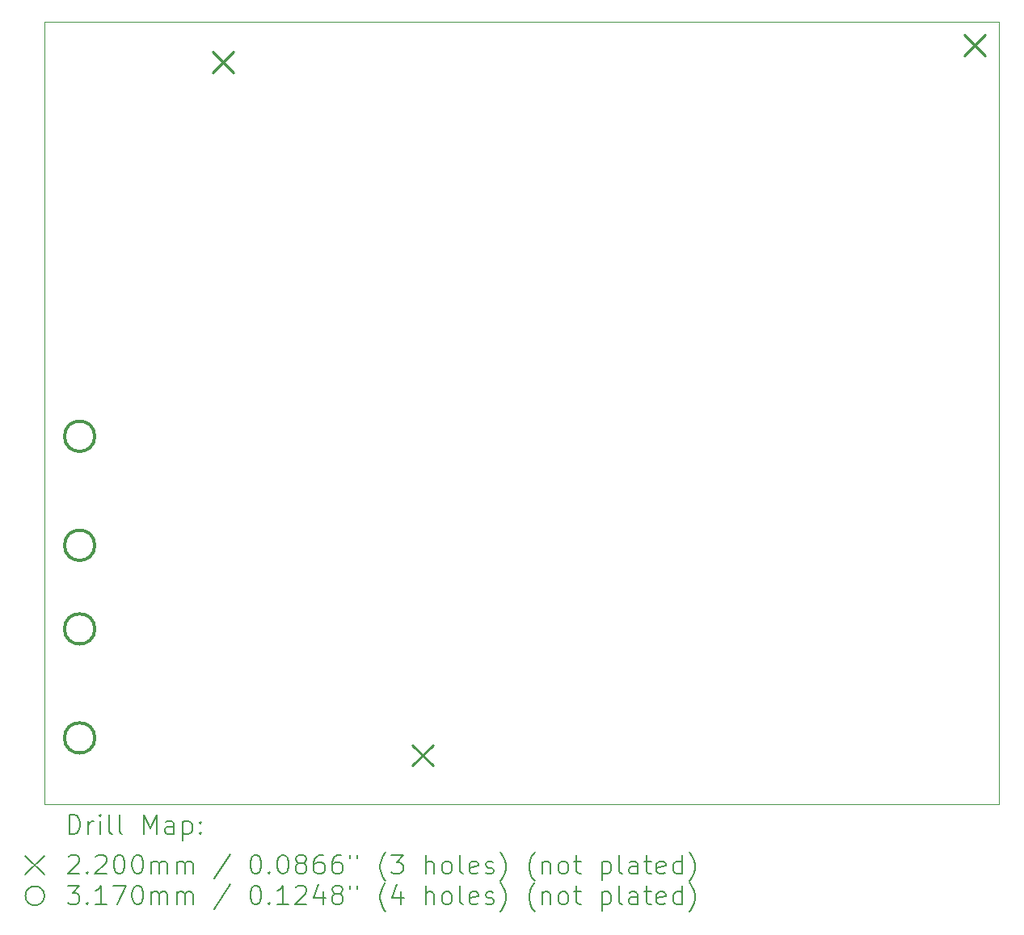
<source format=gbr>
%TF.GenerationSoftware,KiCad,Pcbnew,8.0.5*%
%TF.CreationDate,2024-12-19T16:35:54-05:00*%
%TF.ProjectId,LCC-Pico-Stepper_v2_4B,4c43432d-5069-4636-9f2d-537465707065,rev?*%
%TF.SameCoordinates,Original*%
%TF.FileFunction,Drillmap*%
%TF.FilePolarity,Positive*%
%FSLAX45Y45*%
G04 Gerber Fmt 4.5, Leading zero omitted, Abs format (unit mm)*
G04 Created by KiCad (PCBNEW 8.0.5) date 2024-12-19 16:35:54*
%MOMM*%
%LPD*%
G01*
G04 APERTURE LIST*
%ADD10C,0.050000*%
%ADD11C,0.200000*%
%ADD12C,0.220000*%
%ADD13C,0.317000*%
G04 APERTURE END LIST*
D10*
X10070000Y-13200000D02*
X10070000Y-5000000D01*
X10070000Y-5000000D02*
X20070000Y-5000000D01*
X20070000Y-5000000D02*
X20070000Y-13200000D01*
X20070000Y-13200000D02*
X10070000Y-13200000D01*
D11*
D12*
X11830000Y-5310000D02*
X12050000Y-5530000D01*
X12050000Y-5310000D02*
X11830000Y-5530000D01*
X13920000Y-12580000D02*
X14140000Y-12800000D01*
X14140000Y-12580000D02*
X13920000Y-12800000D01*
X19700000Y-5130000D02*
X19920000Y-5350000D01*
X19920000Y-5130000D02*
X19700000Y-5350000D01*
D13*
X10594500Y-9344000D02*
G75*
G02*
X10277500Y-9344000I-158500J0D01*
G01*
X10277500Y-9344000D02*
G75*
G02*
X10594500Y-9344000I158500J0D01*
G01*
X10594500Y-10487000D02*
G75*
G02*
X10277500Y-10487000I-158500J0D01*
G01*
X10277500Y-10487000D02*
G75*
G02*
X10594500Y-10487000I158500J0D01*
G01*
X10594500Y-11364000D02*
G75*
G02*
X10277500Y-11364000I-158500J0D01*
G01*
X10277500Y-11364000D02*
G75*
G02*
X10594500Y-11364000I158500J0D01*
G01*
X10594500Y-12507000D02*
G75*
G02*
X10277500Y-12507000I-158500J0D01*
G01*
X10277500Y-12507000D02*
G75*
G02*
X10594500Y-12507000I158500J0D01*
G01*
D11*
X10328277Y-13513984D02*
X10328277Y-13313984D01*
X10328277Y-13313984D02*
X10375896Y-13313984D01*
X10375896Y-13313984D02*
X10404467Y-13323508D01*
X10404467Y-13323508D02*
X10423515Y-13342555D01*
X10423515Y-13342555D02*
X10433039Y-13361603D01*
X10433039Y-13361603D02*
X10442563Y-13399698D01*
X10442563Y-13399698D02*
X10442563Y-13428269D01*
X10442563Y-13428269D02*
X10433039Y-13466365D01*
X10433039Y-13466365D02*
X10423515Y-13485412D01*
X10423515Y-13485412D02*
X10404467Y-13504460D01*
X10404467Y-13504460D02*
X10375896Y-13513984D01*
X10375896Y-13513984D02*
X10328277Y-13513984D01*
X10528277Y-13513984D02*
X10528277Y-13380650D01*
X10528277Y-13418746D02*
X10537801Y-13399698D01*
X10537801Y-13399698D02*
X10547324Y-13390174D01*
X10547324Y-13390174D02*
X10566372Y-13380650D01*
X10566372Y-13380650D02*
X10585420Y-13380650D01*
X10652086Y-13513984D02*
X10652086Y-13380650D01*
X10652086Y-13313984D02*
X10642563Y-13323508D01*
X10642563Y-13323508D02*
X10652086Y-13333031D01*
X10652086Y-13333031D02*
X10661610Y-13323508D01*
X10661610Y-13323508D02*
X10652086Y-13313984D01*
X10652086Y-13313984D02*
X10652086Y-13333031D01*
X10775896Y-13513984D02*
X10756848Y-13504460D01*
X10756848Y-13504460D02*
X10747324Y-13485412D01*
X10747324Y-13485412D02*
X10747324Y-13313984D01*
X10880658Y-13513984D02*
X10861610Y-13504460D01*
X10861610Y-13504460D02*
X10852086Y-13485412D01*
X10852086Y-13485412D02*
X10852086Y-13313984D01*
X11109229Y-13513984D02*
X11109229Y-13313984D01*
X11109229Y-13313984D02*
X11175896Y-13456841D01*
X11175896Y-13456841D02*
X11242562Y-13313984D01*
X11242562Y-13313984D02*
X11242562Y-13513984D01*
X11423515Y-13513984D02*
X11423515Y-13409222D01*
X11423515Y-13409222D02*
X11413991Y-13390174D01*
X11413991Y-13390174D02*
X11394943Y-13380650D01*
X11394943Y-13380650D02*
X11356848Y-13380650D01*
X11356848Y-13380650D02*
X11337801Y-13390174D01*
X11423515Y-13504460D02*
X11404467Y-13513984D01*
X11404467Y-13513984D02*
X11356848Y-13513984D01*
X11356848Y-13513984D02*
X11337801Y-13504460D01*
X11337801Y-13504460D02*
X11328277Y-13485412D01*
X11328277Y-13485412D02*
X11328277Y-13466365D01*
X11328277Y-13466365D02*
X11337801Y-13447317D01*
X11337801Y-13447317D02*
X11356848Y-13437793D01*
X11356848Y-13437793D02*
X11404467Y-13437793D01*
X11404467Y-13437793D02*
X11423515Y-13428269D01*
X11518753Y-13380650D02*
X11518753Y-13580650D01*
X11518753Y-13390174D02*
X11537801Y-13380650D01*
X11537801Y-13380650D02*
X11575896Y-13380650D01*
X11575896Y-13380650D02*
X11594943Y-13390174D01*
X11594943Y-13390174D02*
X11604467Y-13399698D01*
X11604467Y-13399698D02*
X11613991Y-13418746D01*
X11613991Y-13418746D02*
X11613991Y-13475888D01*
X11613991Y-13475888D02*
X11604467Y-13494936D01*
X11604467Y-13494936D02*
X11594943Y-13504460D01*
X11594943Y-13504460D02*
X11575896Y-13513984D01*
X11575896Y-13513984D02*
X11537801Y-13513984D01*
X11537801Y-13513984D02*
X11518753Y-13504460D01*
X11699705Y-13494936D02*
X11709229Y-13504460D01*
X11709229Y-13504460D02*
X11699705Y-13513984D01*
X11699705Y-13513984D02*
X11690182Y-13504460D01*
X11690182Y-13504460D02*
X11699705Y-13494936D01*
X11699705Y-13494936D02*
X11699705Y-13513984D01*
X11699705Y-13390174D02*
X11709229Y-13399698D01*
X11709229Y-13399698D02*
X11699705Y-13409222D01*
X11699705Y-13409222D02*
X11690182Y-13399698D01*
X11690182Y-13399698D02*
X11699705Y-13390174D01*
X11699705Y-13390174D02*
X11699705Y-13409222D01*
X9867500Y-13742500D02*
X10067500Y-13942500D01*
X10067500Y-13742500D02*
X9867500Y-13942500D01*
X10318753Y-13753031D02*
X10328277Y-13743508D01*
X10328277Y-13743508D02*
X10347324Y-13733984D01*
X10347324Y-13733984D02*
X10394944Y-13733984D01*
X10394944Y-13733984D02*
X10413991Y-13743508D01*
X10413991Y-13743508D02*
X10423515Y-13753031D01*
X10423515Y-13753031D02*
X10433039Y-13772079D01*
X10433039Y-13772079D02*
X10433039Y-13791127D01*
X10433039Y-13791127D02*
X10423515Y-13819698D01*
X10423515Y-13819698D02*
X10309229Y-13933984D01*
X10309229Y-13933984D02*
X10433039Y-13933984D01*
X10518753Y-13914936D02*
X10528277Y-13924460D01*
X10528277Y-13924460D02*
X10518753Y-13933984D01*
X10518753Y-13933984D02*
X10509229Y-13924460D01*
X10509229Y-13924460D02*
X10518753Y-13914936D01*
X10518753Y-13914936D02*
X10518753Y-13933984D01*
X10604467Y-13753031D02*
X10613991Y-13743508D01*
X10613991Y-13743508D02*
X10633039Y-13733984D01*
X10633039Y-13733984D02*
X10680658Y-13733984D01*
X10680658Y-13733984D02*
X10699705Y-13743508D01*
X10699705Y-13743508D02*
X10709229Y-13753031D01*
X10709229Y-13753031D02*
X10718753Y-13772079D01*
X10718753Y-13772079D02*
X10718753Y-13791127D01*
X10718753Y-13791127D02*
X10709229Y-13819698D01*
X10709229Y-13819698D02*
X10594944Y-13933984D01*
X10594944Y-13933984D02*
X10718753Y-13933984D01*
X10842563Y-13733984D02*
X10861610Y-13733984D01*
X10861610Y-13733984D02*
X10880658Y-13743508D01*
X10880658Y-13743508D02*
X10890182Y-13753031D01*
X10890182Y-13753031D02*
X10899705Y-13772079D01*
X10899705Y-13772079D02*
X10909229Y-13810174D01*
X10909229Y-13810174D02*
X10909229Y-13857793D01*
X10909229Y-13857793D02*
X10899705Y-13895888D01*
X10899705Y-13895888D02*
X10890182Y-13914936D01*
X10890182Y-13914936D02*
X10880658Y-13924460D01*
X10880658Y-13924460D02*
X10861610Y-13933984D01*
X10861610Y-13933984D02*
X10842563Y-13933984D01*
X10842563Y-13933984D02*
X10823515Y-13924460D01*
X10823515Y-13924460D02*
X10813991Y-13914936D01*
X10813991Y-13914936D02*
X10804467Y-13895888D01*
X10804467Y-13895888D02*
X10794944Y-13857793D01*
X10794944Y-13857793D02*
X10794944Y-13810174D01*
X10794944Y-13810174D02*
X10804467Y-13772079D01*
X10804467Y-13772079D02*
X10813991Y-13753031D01*
X10813991Y-13753031D02*
X10823515Y-13743508D01*
X10823515Y-13743508D02*
X10842563Y-13733984D01*
X11033039Y-13733984D02*
X11052086Y-13733984D01*
X11052086Y-13733984D02*
X11071134Y-13743508D01*
X11071134Y-13743508D02*
X11080658Y-13753031D01*
X11080658Y-13753031D02*
X11090182Y-13772079D01*
X11090182Y-13772079D02*
X11099705Y-13810174D01*
X11099705Y-13810174D02*
X11099705Y-13857793D01*
X11099705Y-13857793D02*
X11090182Y-13895888D01*
X11090182Y-13895888D02*
X11080658Y-13914936D01*
X11080658Y-13914936D02*
X11071134Y-13924460D01*
X11071134Y-13924460D02*
X11052086Y-13933984D01*
X11052086Y-13933984D02*
X11033039Y-13933984D01*
X11033039Y-13933984D02*
X11013991Y-13924460D01*
X11013991Y-13924460D02*
X11004467Y-13914936D01*
X11004467Y-13914936D02*
X10994944Y-13895888D01*
X10994944Y-13895888D02*
X10985420Y-13857793D01*
X10985420Y-13857793D02*
X10985420Y-13810174D01*
X10985420Y-13810174D02*
X10994944Y-13772079D01*
X10994944Y-13772079D02*
X11004467Y-13753031D01*
X11004467Y-13753031D02*
X11013991Y-13743508D01*
X11013991Y-13743508D02*
X11033039Y-13733984D01*
X11185420Y-13933984D02*
X11185420Y-13800650D01*
X11185420Y-13819698D02*
X11194943Y-13810174D01*
X11194943Y-13810174D02*
X11213991Y-13800650D01*
X11213991Y-13800650D02*
X11242563Y-13800650D01*
X11242563Y-13800650D02*
X11261610Y-13810174D01*
X11261610Y-13810174D02*
X11271134Y-13829222D01*
X11271134Y-13829222D02*
X11271134Y-13933984D01*
X11271134Y-13829222D02*
X11280658Y-13810174D01*
X11280658Y-13810174D02*
X11299705Y-13800650D01*
X11299705Y-13800650D02*
X11328277Y-13800650D01*
X11328277Y-13800650D02*
X11347324Y-13810174D01*
X11347324Y-13810174D02*
X11356848Y-13829222D01*
X11356848Y-13829222D02*
X11356848Y-13933984D01*
X11452086Y-13933984D02*
X11452086Y-13800650D01*
X11452086Y-13819698D02*
X11461610Y-13810174D01*
X11461610Y-13810174D02*
X11480658Y-13800650D01*
X11480658Y-13800650D02*
X11509229Y-13800650D01*
X11509229Y-13800650D02*
X11528277Y-13810174D01*
X11528277Y-13810174D02*
X11537801Y-13829222D01*
X11537801Y-13829222D02*
X11537801Y-13933984D01*
X11537801Y-13829222D02*
X11547324Y-13810174D01*
X11547324Y-13810174D02*
X11566372Y-13800650D01*
X11566372Y-13800650D02*
X11594943Y-13800650D01*
X11594943Y-13800650D02*
X11613991Y-13810174D01*
X11613991Y-13810174D02*
X11623515Y-13829222D01*
X11623515Y-13829222D02*
X11623515Y-13933984D01*
X12013991Y-13724460D02*
X11842563Y-13981603D01*
X12271134Y-13733984D02*
X12290182Y-13733984D01*
X12290182Y-13733984D02*
X12309229Y-13743508D01*
X12309229Y-13743508D02*
X12318753Y-13753031D01*
X12318753Y-13753031D02*
X12328277Y-13772079D01*
X12328277Y-13772079D02*
X12337801Y-13810174D01*
X12337801Y-13810174D02*
X12337801Y-13857793D01*
X12337801Y-13857793D02*
X12328277Y-13895888D01*
X12328277Y-13895888D02*
X12318753Y-13914936D01*
X12318753Y-13914936D02*
X12309229Y-13924460D01*
X12309229Y-13924460D02*
X12290182Y-13933984D01*
X12290182Y-13933984D02*
X12271134Y-13933984D01*
X12271134Y-13933984D02*
X12252086Y-13924460D01*
X12252086Y-13924460D02*
X12242563Y-13914936D01*
X12242563Y-13914936D02*
X12233039Y-13895888D01*
X12233039Y-13895888D02*
X12223515Y-13857793D01*
X12223515Y-13857793D02*
X12223515Y-13810174D01*
X12223515Y-13810174D02*
X12233039Y-13772079D01*
X12233039Y-13772079D02*
X12242563Y-13753031D01*
X12242563Y-13753031D02*
X12252086Y-13743508D01*
X12252086Y-13743508D02*
X12271134Y-13733984D01*
X12423515Y-13914936D02*
X12433039Y-13924460D01*
X12433039Y-13924460D02*
X12423515Y-13933984D01*
X12423515Y-13933984D02*
X12413991Y-13924460D01*
X12413991Y-13924460D02*
X12423515Y-13914936D01*
X12423515Y-13914936D02*
X12423515Y-13933984D01*
X12556848Y-13733984D02*
X12575896Y-13733984D01*
X12575896Y-13733984D02*
X12594944Y-13743508D01*
X12594944Y-13743508D02*
X12604467Y-13753031D01*
X12604467Y-13753031D02*
X12613991Y-13772079D01*
X12613991Y-13772079D02*
X12623515Y-13810174D01*
X12623515Y-13810174D02*
X12623515Y-13857793D01*
X12623515Y-13857793D02*
X12613991Y-13895888D01*
X12613991Y-13895888D02*
X12604467Y-13914936D01*
X12604467Y-13914936D02*
X12594944Y-13924460D01*
X12594944Y-13924460D02*
X12575896Y-13933984D01*
X12575896Y-13933984D02*
X12556848Y-13933984D01*
X12556848Y-13933984D02*
X12537801Y-13924460D01*
X12537801Y-13924460D02*
X12528277Y-13914936D01*
X12528277Y-13914936D02*
X12518753Y-13895888D01*
X12518753Y-13895888D02*
X12509229Y-13857793D01*
X12509229Y-13857793D02*
X12509229Y-13810174D01*
X12509229Y-13810174D02*
X12518753Y-13772079D01*
X12518753Y-13772079D02*
X12528277Y-13753031D01*
X12528277Y-13753031D02*
X12537801Y-13743508D01*
X12537801Y-13743508D02*
X12556848Y-13733984D01*
X12737801Y-13819698D02*
X12718753Y-13810174D01*
X12718753Y-13810174D02*
X12709229Y-13800650D01*
X12709229Y-13800650D02*
X12699706Y-13781603D01*
X12699706Y-13781603D02*
X12699706Y-13772079D01*
X12699706Y-13772079D02*
X12709229Y-13753031D01*
X12709229Y-13753031D02*
X12718753Y-13743508D01*
X12718753Y-13743508D02*
X12737801Y-13733984D01*
X12737801Y-13733984D02*
X12775896Y-13733984D01*
X12775896Y-13733984D02*
X12794944Y-13743508D01*
X12794944Y-13743508D02*
X12804467Y-13753031D01*
X12804467Y-13753031D02*
X12813991Y-13772079D01*
X12813991Y-13772079D02*
X12813991Y-13781603D01*
X12813991Y-13781603D02*
X12804467Y-13800650D01*
X12804467Y-13800650D02*
X12794944Y-13810174D01*
X12794944Y-13810174D02*
X12775896Y-13819698D01*
X12775896Y-13819698D02*
X12737801Y-13819698D01*
X12737801Y-13819698D02*
X12718753Y-13829222D01*
X12718753Y-13829222D02*
X12709229Y-13838746D01*
X12709229Y-13838746D02*
X12699706Y-13857793D01*
X12699706Y-13857793D02*
X12699706Y-13895888D01*
X12699706Y-13895888D02*
X12709229Y-13914936D01*
X12709229Y-13914936D02*
X12718753Y-13924460D01*
X12718753Y-13924460D02*
X12737801Y-13933984D01*
X12737801Y-13933984D02*
X12775896Y-13933984D01*
X12775896Y-13933984D02*
X12794944Y-13924460D01*
X12794944Y-13924460D02*
X12804467Y-13914936D01*
X12804467Y-13914936D02*
X12813991Y-13895888D01*
X12813991Y-13895888D02*
X12813991Y-13857793D01*
X12813991Y-13857793D02*
X12804467Y-13838746D01*
X12804467Y-13838746D02*
X12794944Y-13829222D01*
X12794944Y-13829222D02*
X12775896Y-13819698D01*
X12985420Y-13733984D02*
X12947325Y-13733984D01*
X12947325Y-13733984D02*
X12928277Y-13743508D01*
X12928277Y-13743508D02*
X12918753Y-13753031D01*
X12918753Y-13753031D02*
X12899706Y-13781603D01*
X12899706Y-13781603D02*
X12890182Y-13819698D01*
X12890182Y-13819698D02*
X12890182Y-13895888D01*
X12890182Y-13895888D02*
X12899706Y-13914936D01*
X12899706Y-13914936D02*
X12909229Y-13924460D01*
X12909229Y-13924460D02*
X12928277Y-13933984D01*
X12928277Y-13933984D02*
X12966372Y-13933984D01*
X12966372Y-13933984D02*
X12985420Y-13924460D01*
X12985420Y-13924460D02*
X12994944Y-13914936D01*
X12994944Y-13914936D02*
X13004467Y-13895888D01*
X13004467Y-13895888D02*
X13004467Y-13848269D01*
X13004467Y-13848269D02*
X12994944Y-13829222D01*
X12994944Y-13829222D02*
X12985420Y-13819698D01*
X12985420Y-13819698D02*
X12966372Y-13810174D01*
X12966372Y-13810174D02*
X12928277Y-13810174D01*
X12928277Y-13810174D02*
X12909229Y-13819698D01*
X12909229Y-13819698D02*
X12899706Y-13829222D01*
X12899706Y-13829222D02*
X12890182Y-13848269D01*
X13175896Y-13733984D02*
X13137801Y-13733984D01*
X13137801Y-13733984D02*
X13118753Y-13743508D01*
X13118753Y-13743508D02*
X13109229Y-13753031D01*
X13109229Y-13753031D02*
X13090182Y-13781603D01*
X13090182Y-13781603D02*
X13080658Y-13819698D01*
X13080658Y-13819698D02*
X13080658Y-13895888D01*
X13080658Y-13895888D02*
X13090182Y-13914936D01*
X13090182Y-13914936D02*
X13099706Y-13924460D01*
X13099706Y-13924460D02*
X13118753Y-13933984D01*
X13118753Y-13933984D02*
X13156848Y-13933984D01*
X13156848Y-13933984D02*
X13175896Y-13924460D01*
X13175896Y-13924460D02*
X13185420Y-13914936D01*
X13185420Y-13914936D02*
X13194944Y-13895888D01*
X13194944Y-13895888D02*
X13194944Y-13848269D01*
X13194944Y-13848269D02*
X13185420Y-13829222D01*
X13185420Y-13829222D02*
X13175896Y-13819698D01*
X13175896Y-13819698D02*
X13156848Y-13810174D01*
X13156848Y-13810174D02*
X13118753Y-13810174D01*
X13118753Y-13810174D02*
X13099706Y-13819698D01*
X13099706Y-13819698D02*
X13090182Y-13829222D01*
X13090182Y-13829222D02*
X13080658Y-13848269D01*
X13271134Y-13733984D02*
X13271134Y-13772079D01*
X13347325Y-13733984D02*
X13347325Y-13772079D01*
X13642563Y-14010174D02*
X13633039Y-14000650D01*
X13633039Y-14000650D02*
X13613991Y-13972079D01*
X13613991Y-13972079D02*
X13604468Y-13953031D01*
X13604468Y-13953031D02*
X13594944Y-13924460D01*
X13594944Y-13924460D02*
X13585420Y-13876841D01*
X13585420Y-13876841D02*
X13585420Y-13838746D01*
X13585420Y-13838746D02*
X13594944Y-13791127D01*
X13594944Y-13791127D02*
X13604468Y-13762555D01*
X13604468Y-13762555D02*
X13613991Y-13743508D01*
X13613991Y-13743508D02*
X13633039Y-13714936D01*
X13633039Y-13714936D02*
X13642563Y-13705412D01*
X13699706Y-13733984D02*
X13823515Y-13733984D01*
X13823515Y-13733984D02*
X13756848Y-13810174D01*
X13756848Y-13810174D02*
X13785420Y-13810174D01*
X13785420Y-13810174D02*
X13804468Y-13819698D01*
X13804468Y-13819698D02*
X13813991Y-13829222D01*
X13813991Y-13829222D02*
X13823515Y-13848269D01*
X13823515Y-13848269D02*
X13823515Y-13895888D01*
X13823515Y-13895888D02*
X13813991Y-13914936D01*
X13813991Y-13914936D02*
X13804468Y-13924460D01*
X13804468Y-13924460D02*
X13785420Y-13933984D01*
X13785420Y-13933984D02*
X13728277Y-13933984D01*
X13728277Y-13933984D02*
X13709229Y-13924460D01*
X13709229Y-13924460D02*
X13699706Y-13914936D01*
X14061610Y-13933984D02*
X14061610Y-13733984D01*
X14147325Y-13933984D02*
X14147325Y-13829222D01*
X14147325Y-13829222D02*
X14137801Y-13810174D01*
X14137801Y-13810174D02*
X14118753Y-13800650D01*
X14118753Y-13800650D02*
X14090182Y-13800650D01*
X14090182Y-13800650D02*
X14071134Y-13810174D01*
X14071134Y-13810174D02*
X14061610Y-13819698D01*
X14271134Y-13933984D02*
X14252087Y-13924460D01*
X14252087Y-13924460D02*
X14242563Y-13914936D01*
X14242563Y-13914936D02*
X14233039Y-13895888D01*
X14233039Y-13895888D02*
X14233039Y-13838746D01*
X14233039Y-13838746D02*
X14242563Y-13819698D01*
X14242563Y-13819698D02*
X14252087Y-13810174D01*
X14252087Y-13810174D02*
X14271134Y-13800650D01*
X14271134Y-13800650D02*
X14299706Y-13800650D01*
X14299706Y-13800650D02*
X14318753Y-13810174D01*
X14318753Y-13810174D02*
X14328277Y-13819698D01*
X14328277Y-13819698D02*
X14337801Y-13838746D01*
X14337801Y-13838746D02*
X14337801Y-13895888D01*
X14337801Y-13895888D02*
X14328277Y-13914936D01*
X14328277Y-13914936D02*
X14318753Y-13924460D01*
X14318753Y-13924460D02*
X14299706Y-13933984D01*
X14299706Y-13933984D02*
X14271134Y-13933984D01*
X14452087Y-13933984D02*
X14433039Y-13924460D01*
X14433039Y-13924460D02*
X14423515Y-13905412D01*
X14423515Y-13905412D02*
X14423515Y-13733984D01*
X14604468Y-13924460D02*
X14585420Y-13933984D01*
X14585420Y-13933984D02*
X14547325Y-13933984D01*
X14547325Y-13933984D02*
X14528277Y-13924460D01*
X14528277Y-13924460D02*
X14518753Y-13905412D01*
X14518753Y-13905412D02*
X14518753Y-13829222D01*
X14518753Y-13829222D02*
X14528277Y-13810174D01*
X14528277Y-13810174D02*
X14547325Y-13800650D01*
X14547325Y-13800650D02*
X14585420Y-13800650D01*
X14585420Y-13800650D02*
X14604468Y-13810174D01*
X14604468Y-13810174D02*
X14613991Y-13829222D01*
X14613991Y-13829222D02*
X14613991Y-13848269D01*
X14613991Y-13848269D02*
X14518753Y-13867317D01*
X14690182Y-13924460D02*
X14709230Y-13933984D01*
X14709230Y-13933984D02*
X14747325Y-13933984D01*
X14747325Y-13933984D02*
X14766372Y-13924460D01*
X14766372Y-13924460D02*
X14775896Y-13905412D01*
X14775896Y-13905412D02*
X14775896Y-13895888D01*
X14775896Y-13895888D02*
X14766372Y-13876841D01*
X14766372Y-13876841D02*
X14747325Y-13867317D01*
X14747325Y-13867317D02*
X14718753Y-13867317D01*
X14718753Y-13867317D02*
X14699706Y-13857793D01*
X14699706Y-13857793D02*
X14690182Y-13838746D01*
X14690182Y-13838746D02*
X14690182Y-13829222D01*
X14690182Y-13829222D02*
X14699706Y-13810174D01*
X14699706Y-13810174D02*
X14718753Y-13800650D01*
X14718753Y-13800650D02*
X14747325Y-13800650D01*
X14747325Y-13800650D02*
X14766372Y-13810174D01*
X14842563Y-14010174D02*
X14852087Y-14000650D01*
X14852087Y-14000650D02*
X14871134Y-13972079D01*
X14871134Y-13972079D02*
X14880658Y-13953031D01*
X14880658Y-13953031D02*
X14890182Y-13924460D01*
X14890182Y-13924460D02*
X14899706Y-13876841D01*
X14899706Y-13876841D02*
X14899706Y-13838746D01*
X14899706Y-13838746D02*
X14890182Y-13791127D01*
X14890182Y-13791127D02*
X14880658Y-13762555D01*
X14880658Y-13762555D02*
X14871134Y-13743508D01*
X14871134Y-13743508D02*
X14852087Y-13714936D01*
X14852087Y-13714936D02*
X14842563Y-13705412D01*
X15204468Y-14010174D02*
X15194944Y-14000650D01*
X15194944Y-14000650D02*
X15175896Y-13972079D01*
X15175896Y-13972079D02*
X15166372Y-13953031D01*
X15166372Y-13953031D02*
X15156849Y-13924460D01*
X15156849Y-13924460D02*
X15147325Y-13876841D01*
X15147325Y-13876841D02*
X15147325Y-13838746D01*
X15147325Y-13838746D02*
X15156849Y-13791127D01*
X15156849Y-13791127D02*
X15166372Y-13762555D01*
X15166372Y-13762555D02*
X15175896Y-13743508D01*
X15175896Y-13743508D02*
X15194944Y-13714936D01*
X15194944Y-13714936D02*
X15204468Y-13705412D01*
X15280658Y-13800650D02*
X15280658Y-13933984D01*
X15280658Y-13819698D02*
X15290182Y-13810174D01*
X15290182Y-13810174D02*
X15309230Y-13800650D01*
X15309230Y-13800650D02*
X15337801Y-13800650D01*
X15337801Y-13800650D02*
X15356849Y-13810174D01*
X15356849Y-13810174D02*
X15366372Y-13829222D01*
X15366372Y-13829222D02*
X15366372Y-13933984D01*
X15490182Y-13933984D02*
X15471134Y-13924460D01*
X15471134Y-13924460D02*
X15461611Y-13914936D01*
X15461611Y-13914936D02*
X15452087Y-13895888D01*
X15452087Y-13895888D02*
X15452087Y-13838746D01*
X15452087Y-13838746D02*
X15461611Y-13819698D01*
X15461611Y-13819698D02*
X15471134Y-13810174D01*
X15471134Y-13810174D02*
X15490182Y-13800650D01*
X15490182Y-13800650D02*
X15518753Y-13800650D01*
X15518753Y-13800650D02*
X15537801Y-13810174D01*
X15537801Y-13810174D02*
X15547325Y-13819698D01*
X15547325Y-13819698D02*
X15556849Y-13838746D01*
X15556849Y-13838746D02*
X15556849Y-13895888D01*
X15556849Y-13895888D02*
X15547325Y-13914936D01*
X15547325Y-13914936D02*
X15537801Y-13924460D01*
X15537801Y-13924460D02*
X15518753Y-13933984D01*
X15518753Y-13933984D02*
X15490182Y-13933984D01*
X15613992Y-13800650D02*
X15690182Y-13800650D01*
X15642563Y-13733984D02*
X15642563Y-13905412D01*
X15642563Y-13905412D02*
X15652087Y-13924460D01*
X15652087Y-13924460D02*
X15671134Y-13933984D01*
X15671134Y-13933984D02*
X15690182Y-13933984D01*
X15909230Y-13800650D02*
X15909230Y-14000650D01*
X15909230Y-13810174D02*
X15928277Y-13800650D01*
X15928277Y-13800650D02*
X15966373Y-13800650D01*
X15966373Y-13800650D02*
X15985420Y-13810174D01*
X15985420Y-13810174D02*
X15994944Y-13819698D01*
X15994944Y-13819698D02*
X16004468Y-13838746D01*
X16004468Y-13838746D02*
X16004468Y-13895888D01*
X16004468Y-13895888D02*
X15994944Y-13914936D01*
X15994944Y-13914936D02*
X15985420Y-13924460D01*
X15985420Y-13924460D02*
X15966373Y-13933984D01*
X15966373Y-13933984D02*
X15928277Y-13933984D01*
X15928277Y-13933984D02*
X15909230Y-13924460D01*
X16118753Y-13933984D02*
X16099706Y-13924460D01*
X16099706Y-13924460D02*
X16090182Y-13905412D01*
X16090182Y-13905412D02*
X16090182Y-13733984D01*
X16280658Y-13933984D02*
X16280658Y-13829222D01*
X16280658Y-13829222D02*
X16271134Y-13810174D01*
X16271134Y-13810174D02*
X16252087Y-13800650D01*
X16252087Y-13800650D02*
X16213992Y-13800650D01*
X16213992Y-13800650D02*
X16194944Y-13810174D01*
X16280658Y-13924460D02*
X16261611Y-13933984D01*
X16261611Y-13933984D02*
X16213992Y-13933984D01*
X16213992Y-13933984D02*
X16194944Y-13924460D01*
X16194944Y-13924460D02*
X16185420Y-13905412D01*
X16185420Y-13905412D02*
X16185420Y-13886365D01*
X16185420Y-13886365D02*
X16194944Y-13867317D01*
X16194944Y-13867317D02*
X16213992Y-13857793D01*
X16213992Y-13857793D02*
X16261611Y-13857793D01*
X16261611Y-13857793D02*
X16280658Y-13848269D01*
X16347325Y-13800650D02*
X16423515Y-13800650D01*
X16375896Y-13733984D02*
X16375896Y-13905412D01*
X16375896Y-13905412D02*
X16385420Y-13924460D01*
X16385420Y-13924460D02*
X16404468Y-13933984D01*
X16404468Y-13933984D02*
X16423515Y-13933984D01*
X16566373Y-13924460D02*
X16547325Y-13933984D01*
X16547325Y-13933984D02*
X16509230Y-13933984D01*
X16509230Y-13933984D02*
X16490182Y-13924460D01*
X16490182Y-13924460D02*
X16480658Y-13905412D01*
X16480658Y-13905412D02*
X16480658Y-13829222D01*
X16480658Y-13829222D02*
X16490182Y-13810174D01*
X16490182Y-13810174D02*
X16509230Y-13800650D01*
X16509230Y-13800650D02*
X16547325Y-13800650D01*
X16547325Y-13800650D02*
X16566373Y-13810174D01*
X16566373Y-13810174D02*
X16575896Y-13829222D01*
X16575896Y-13829222D02*
X16575896Y-13848269D01*
X16575896Y-13848269D02*
X16480658Y-13867317D01*
X16747325Y-13933984D02*
X16747325Y-13733984D01*
X16747325Y-13924460D02*
X16728277Y-13933984D01*
X16728277Y-13933984D02*
X16690182Y-13933984D01*
X16690182Y-13933984D02*
X16671134Y-13924460D01*
X16671134Y-13924460D02*
X16661611Y-13914936D01*
X16661611Y-13914936D02*
X16652087Y-13895888D01*
X16652087Y-13895888D02*
X16652087Y-13838746D01*
X16652087Y-13838746D02*
X16661611Y-13819698D01*
X16661611Y-13819698D02*
X16671134Y-13810174D01*
X16671134Y-13810174D02*
X16690182Y-13800650D01*
X16690182Y-13800650D02*
X16728277Y-13800650D01*
X16728277Y-13800650D02*
X16747325Y-13810174D01*
X16823516Y-14010174D02*
X16833039Y-14000650D01*
X16833039Y-14000650D02*
X16852087Y-13972079D01*
X16852087Y-13972079D02*
X16861611Y-13953031D01*
X16861611Y-13953031D02*
X16871135Y-13924460D01*
X16871135Y-13924460D02*
X16880658Y-13876841D01*
X16880658Y-13876841D02*
X16880658Y-13838746D01*
X16880658Y-13838746D02*
X16871135Y-13791127D01*
X16871135Y-13791127D02*
X16861611Y-13762555D01*
X16861611Y-13762555D02*
X16852087Y-13743508D01*
X16852087Y-13743508D02*
X16833039Y-13714936D01*
X16833039Y-13714936D02*
X16823516Y-13705412D01*
X10067500Y-14162500D02*
G75*
G02*
X9867500Y-14162500I-100000J0D01*
G01*
X9867500Y-14162500D02*
G75*
G02*
X10067500Y-14162500I100000J0D01*
G01*
X10309229Y-14053984D02*
X10433039Y-14053984D01*
X10433039Y-14053984D02*
X10366372Y-14130174D01*
X10366372Y-14130174D02*
X10394944Y-14130174D01*
X10394944Y-14130174D02*
X10413991Y-14139698D01*
X10413991Y-14139698D02*
X10423515Y-14149222D01*
X10423515Y-14149222D02*
X10433039Y-14168269D01*
X10433039Y-14168269D02*
X10433039Y-14215888D01*
X10433039Y-14215888D02*
X10423515Y-14234936D01*
X10423515Y-14234936D02*
X10413991Y-14244460D01*
X10413991Y-14244460D02*
X10394944Y-14253984D01*
X10394944Y-14253984D02*
X10337801Y-14253984D01*
X10337801Y-14253984D02*
X10318753Y-14244460D01*
X10318753Y-14244460D02*
X10309229Y-14234936D01*
X10518753Y-14234936D02*
X10528277Y-14244460D01*
X10528277Y-14244460D02*
X10518753Y-14253984D01*
X10518753Y-14253984D02*
X10509229Y-14244460D01*
X10509229Y-14244460D02*
X10518753Y-14234936D01*
X10518753Y-14234936D02*
X10518753Y-14253984D01*
X10718753Y-14253984D02*
X10604467Y-14253984D01*
X10661610Y-14253984D02*
X10661610Y-14053984D01*
X10661610Y-14053984D02*
X10642563Y-14082555D01*
X10642563Y-14082555D02*
X10623515Y-14101603D01*
X10623515Y-14101603D02*
X10604467Y-14111127D01*
X10785420Y-14053984D02*
X10918753Y-14053984D01*
X10918753Y-14053984D02*
X10833039Y-14253984D01*
X11033039Y-14053984D02*
X11052086Y-14053984D01*
X11052086Y-14053984D02*
X11071134Y-14063508D01*
X11071134Y-14063508D02*
X11080658Y-14073031D01*
X11080658Y-14073031D02*
X11090182Y-14092079D01*
X11090182Y-14092079D02*
X11099705Y-14130174D01*
X11099705Y-14130174D02*
X11099705Y-14177793D01*
X11099705Y-14177793D02*
X11090182Y-14215888D01*
X11090182Y-14215888D02*
X11080658Y-14234936D01*
X11080658Y-14234936D02*
X11071134Y-14244460D01*
X11071134Y-14244460D02*
X11052086Y-14253984D01*
X11052086Y-14253984D02*
X11033039Y-14253984D01*
X11033039Y-14253984D02*
X11013991Y-14244460D01*
X11013991Y-14244460D02*
X11004467Y-14234936D01*
X11004467Y-14234936D02*
X10994944Y-14215888D01*
X10994944Y-14215888D02*
X10985420Y-14177793D01*
X10985420Y-14177793D02*
X10985420Y-14130174D01*
X10985420Y-14130174D02*
X10994944Y-14092079D01*
X10994944Y-14092079D02*
X11004467Y-14073031D01*
X11004467Y-14073031D02*
X11013991Y-14063508D01*
X11013991Y-14063508D02*
X11033039Y-14053984D01*
X11185420Y-14253984D02*
X11185420Y-14120650D01*
X11185420Y-14139698D02*
X11194943Y-14130174D01*
X11194943Y-14130174D02*
X11213991Y-14120650D01*
X11213991Y-14120650D02*
X11242563Y-14120650D01*
X11242563Y-14120650D02*
X11261610Y-14130174D01*
X11261610Y-14130174D02*
X11271134Y-14149222D01*
X11271134Y-14149222D02*
X11271134Y-14253984D01*
X11271134Y-14149222D02*
X11280658Y-14130174D01*
X11280658Y-14130174D02*
X11299705Y-14120650D01*
X11299705Y-14120650D02*
X11328277Y-14120650D01*
X11328277Y-14120650D02*
X11347324Y-14130174D01*
X11347324Y-14130174D02*
X11356848Y-14149222D01*
X11356848Y-14149222D02*
X11356848Y-14253984D01*
X11452086Y-14253984D02*
X11452086Y-14120650D01*
X11452086Y-14139698D02*
X11461610Y-14130174D01*
X11461610Y-14130174D02*
X11480658Y-14120650D01*
X11480658Y-14120650D02*
X11509229Y-14120650D01*
X11509229Y-14120650D02*
X11528277Y-14130174D01*
X11528277Y-14130174D02*
X11537801Y-14149222D01*
X11537801Y-14149222D02*
X11537801Y-14253984D01*
X11537801Y-14149222D02*
X11547324Y-14130174D01*
X11547324Y-14130174D02*
X11566372Y-14120650D01*
X11566372Y-14120650D02*
X11594943Y-14120650D01*
X11594943Y-14120650D02*
X11613991Y-14130174D01*
X11613991Y-14130174D02*
X11623515Y-14149222D01*
X11623515Y-14149222D02*
X11623515Y-14253984D01*
X12013991Y-14044460D02*
X11842563Y-14301603D01*
X12271134Y-14053984D02*
X12290182Y-14053984D01*
X12290182Y-14053984D02*
X12309229Y-14063508D01*
X12309229Y-14063508D02*
X12318753Y-14073031D01*
X12318753Y-14073031D02*
X12328277Y-14092079D01*
X12328277Y-14092079D02*
X12337801Y-14130174D01*
X12337801Y-14130174D02*
X12337801Y-14177793D01*
X12337801Y-14177793D02*
X12328277Y-14215888D01*
X12328277Y-14215888D02*
X12318753Y-14234936D01*
X12318753Y-14234936D02*
X12309229Y-14244460D01*
X12309229Y-14244460D02*
X12290182Y-14253984D01*
X12290182Y-14253984D02*
X12271134Y-14253984D01*
X12271134Y-14253984D02*
X12252086Y-14244460D01*
X12252086Y-14244460D02*
X12242563Y-14234936D01*
X12242563Y-14234936D02*
X12233039Y-14215888D01*
X12233039Y-14215888D02*
X12223515Y-14177793D01*
X12223515Y-14177793D02*
X12223515Y-14130174D01*
X12223515Y-14130174D02*
X12233039Y-14092079D01*
X12233039Y-14092079D02*
X12242563Y-14073031D01*
X12242563Y-14073031D02*
X12252086Y-14063508D01*
X12252086Y-14063508D02*
X12271134Y-14053984D01*
X12423515Y-14234936D02*
X12433039Y-14244460D01*
X12433039Y-14244460D02*
X12423515Y-14253984D01*
X12423515Y-14253984D02*
X12413991Y-14244460D01*
X12413991Y-14244460D02*
X12423515Y-14234936D01*
X12423515Y-14234936D02*
X12423515Y-14253984D01*
X12623515Y-14253984D02*
X12509229Y-14253984D01*
X12566372Y-14253984D02*
X12566372Y-14053984D01*
X12566372Y-14053984D02*
X12547325Y-14082555D01*
X12547325Y-14082555D02*
X12528277Y-14101603D01*
X12528277Y-14101603D02*
X12509229Y-14111127D01*
X12699706Y-14073031D02*
X12709229Y-14063508D01*
X12709229Y-14063508D02*
X12728277Y-14053984D01*
X12728277Y-14053984D02*
X12775896Y-14053984D01*
X12775896Y-14053984D02*
X12794944Y-14063508D01*
X12794944Y-14063508D02*
X12804467Y-14073031D01*
X12804467Y-14073031D02*
X12813991Y-14092079D01*
X12813991Y-14092079D02*
X12813991Y-14111127D01*
X12813991Y-14111127D02*
X12804467Y-14139698D01*
X12804467Y-14139698D02*
X12690182Y-14253984D01*
X12690182Y-14253984D02*
X12813991Y-14253984D01*
X12985420Y-14120650D02*
X12985420Y-14253984D01*
X12937801Y-14044460D02*
X12890182Y-14187317D01*
X12890182Y-14187317D02*
X13013991Y-14187317D01*
X13118753Y-14139698D02*
X13099706Y-14130174D01*
X13099706Y-14130174D02*
X13090182Y-14120650D01*
X13090182Y-14120650D02*
X13080658Y-14101603D01*
X13080658Y-14101603D02*
X13080658Y-14092079D01*
X13080658Y-14092079D02*
X13090182Y-14073031D01*
X13090182Y-14073031D02*
X13099706Y-14063508D01*
X13099706Y-14063508D02*
X13118753Y-14053984D01*
X13118753Y-14053984D02*
X13156848Y-14053984D01*
X13156848Y-14053984D02*
X13175896Y-14063508D01*
X13175896Y-14063508D02*
X13185420Y-14073031D01*
X13185420Y-14073031D02*
X13194944Y-14092079D01*
X13194944Y-14092079D02*
X13194944Y-14101603D01*
X13194944Y-14101603D02*
X13185420Y-14120650D01*
X13185420Y-14120650D02*
X13175896Y-14130174D01*
X13175896Y-14130174D02*
X13156848Y-14139698D01*
X13156848Y-14139698D02*
X13118753Y-14139698D01*
X13118753Y-14139698D02*
X13099706Y-14149222D01*
X13099706Y-14149222D02*
X13090182Y-14158746D01*
X13090182Y-14158746D02*
X13080658Y-14177793D01*
X13080658Y-14177793D02*
X13080658Y-14215888D01*
X13080658Y-14215888D02*
X13090182Y-14234936D01*
X13090182Y-14234936D02*
X13099706Y-14244460D01*
X13099706Y-14244460D02*
X13118753Y-14253984D01*
X13118753Y-14253984D02*
X13156848Y-14253984D01*
X13156848Y-14253984D02*
X13175896Y-14244460D01*
X13175896Y-14244460D02*
X13185420Y-14234936D01*
X13185420Y-14234936D02*
X13194944Y-14215888D01*
X13194944Y-14215888D02*
X13194944Y-14177793D01*
X13194944Y-14177793D02*
X13185420Y-14158746D01*
X13185420Y-14158746D02*
X13175896Y-14149222D01*
X13175896Y-14149222D02*
X13156848Y-14139698D01*
X13271134Y-14053984D02*
X13271134Y-14092079D01*
X13347325Y-14053984D02*
X13347325Y-14092079D01*
X13642563Y-14330174D02*
X13633039Y-14320650D01*
X13633039Y-14320650D02*
X13613991Y-14292079D01*
X13613991Y-14292079D02*
X13604468Y-14273031D01*
X13604468Y-14273031D02*
X13594944Y-14244460D01*
X13594944Y-14244460D02*
X13585420Y-14196841D01*
X13585420Y-14196841D02*
X13585420Y-14158746D01*
X13585420Y-14158746D02*
X13594944Y-14111127D01*
X13594944Y-14111127D02*
X13604468Y-14082555D01*
X13604468Y-14082555D02*
X13613991Y-14063508D01*
X13613991Y-14063508D02*
X13633039Y-14034936D01*
X13633039Y-14034936D02*
X13642563Y-14025412D01*
X13804468Y-14120650D02*
X13804468Y-14253984D01*
X13756848Y-14044460D02*
X13709229Y-14187317D01*
X13709229Y-14187317D02*
X13833039Y-14187317D01*
X14061610Y-14253984D02*
X14061610Y-14053984D01*
X14147325Y-14253984D02*
X14147325Y-14149222D01*
X14147325Y-14149222D02*
X14137801Y-14130174D01*
X14137801Y-14130174D02*
X14118753Y-14120650D01*
X14118753Y-14120650D02*
X14090182Y-14120650D01*
X14090182Y-14120650D02*
X14071134Y-14130174D01*
X14071134Y-14130174D02*
X14061610Y-14139698D01*
X14271134Y-14253984D02*
X14252087Y-14244460D01*
X14252087Y-14244460D02*
X14242563Y-14234936D01*
X14242563Y-14234936D02*
X14233039Y-14215888D01*
X14233039Y-14215888D02*
X14233039Y-14158746D01*
X14233039Y-14158746D02*
X14242563Y-14139698D01*
X14242563Y-14139698D02*
X14252087Y-14130174D01*
X14252087Y-14130174D02*
X14271134Y-14120650D01*
X14271134Y-14120650D02*
X14299706Y-14120650D01*
X14299706Y-14120650D02*
X14318753Y-14130174D01*
X14318753Y-14130174D02*
X14328277Y-14139698D01*
X14328277Y-14139698D02*
X14337801Y-14158746D01*
X14337801Y-14158746D02*
X14337801Y-14215888D01*
X14337801Y-14215888D02*
X14328277Y-14234936D01*
X14328277Y-14234936D02*
X14318753Y-14244460D01*
X14318753Y-14244460D02*
X14299706Y-14253984D01*
X14299706Y-14253984D02*
X14271134Y-14253984D01*
X14452087Y-14253984D02*
X14433039Y-14244460D01*
X14433039Y-14244460D02*
X14423515Y-14225412D01*
X14423515Y-14225412D02*
X14423515Y-14053984D01*
X14604468Y-14244460D02*
X14585420Y-14253984D01*
X14585420Y-14253984D02*
X14547325Y-14253984D01*
X14547325Y-14253984D02*
X14528277Y-14244460D01*
X14528277Y-14244460D02*
X14518753Y-14225412D01*
X14518753Y-14225412D02*
X14518753Y-14149222D01*
X14518753Y-14149222D02*
X14528277Y-14130174D01*
X14528277Y-14130174D02*
X14547325Y-14120650D01*
X14547325Y-14120650D02*
X14585420Y-14120650D01*
X14585420Y-14120650D02*
X14604468Y-14130174D01*
X14604468Y-14130174D02*
X14613991Y-14149222D01*
X14613991Y-14149222D02*
X14613991Y-14168269D01*
X14613991Y-14168269D02*
X14518753Y-14187317D01*
X14690182Y-14244460D02*
X14709230Y-14253984D01*
X14709230Y-14253984D02*
X14747325Y-14253984D01*
X14747325Y-14253984D02*
X14766372Y-14244460D01*
X14766372Y-14244460D02*
X14775896Y-14225412D01*
X14775896Y-14225412D02*
X14775896Y-14215888D01*
X14775896Y-14215888D02*
X14766372Y-14196841D01*
X14766372Y-14196841D02*
X14747325Y-14187317D01*
X14747325Y-14187317D02*
X14718753Y-14187317D01*
X14718753Y-14187317D02*
X14699706Y-14177793D01*
X14699706Y-14177793D02*
X14690182Y-14158746D01*
X14690182Y-14158746D02*
X14690182Y-14149222D01*
X14690182Y-14149222D02*
X14699706Y-14130174D01*
X14699706Y-14130174D02*
X14718753Y-14120650D01*
X14718753Y-14120650D02*
X14747325Y-14120650D01*
X14747325Y-14120650D02*
X14766372Y-14130174D01*
X14842563Y-14330174D02*
X14852087Y-14320650D01*
X14852087Y-14320650D02*
X14871134Y-14292079D01*
X14871134Y-14292079D02*
X14880658Y-14273031D01*
X14880658Y-14273031D02*
X14890182Y-14244460D01*
X14890182Y-14244460D02*
X14899706Y-14196841D01*
X14899706Y-14196841D02*
X14899706Y-14158746D01*
X14899706Y-14158746D02*
X14890182Y-14111127D01*
X14890182Y-14111127D02*
X14880658Y-14082555D01*
X14880658Y-14082555D02*
X14871134Y-14063508D01*
X14871134Y-14063508D02*
X14852087Y-14034936D01*
X14852087Y-14034936D02*
X14842563Y-14025412D01*
X15204468Y-14330174D02*
X15194944Y-14320650D01*
X15194944Y-14320650D02*
X15175896Y-14292079D01*
X15175896Y-14292079D02*
X15166372Y-14273031D01*
X15166372Y-14273031D02*
X15156849Y-14244460D01*
X15156849Y-14244460D02*
X15147325Y-14196841D01*
X15147325Y-14196841D02*
X15147325Y-14158746D01*
X15147325Y-14158746D02*
X15156849Y-14111127D01*
X15156849Y-14111127D02*
X15166372Y-14082555D01*
X15166372Y-14082555D02*
X15175896Y-14063508D01*
X15175896Y-14063508D02*
X15194944Y-14034936D01*
X15194944Y-14034936D02*
X15204468Y-14025412D01*
X15280658Y-14120650D02*
X15280658Y-14253984D01*
X15280658Y-14139698D02*
X15290182Y-14130174D01*
X15290182Y-14130174D02*
X15309230Y-14120650D01*
X15309230Y-14120650D02*
X15337801Y-14120650D01*
X15337801Y-14120650D02*
X15356849Y-14130174D01*
X15356849Y-14130174D02*
X15366372Y-14149222D01*
X15366372Y-14149222D02*
X15366372Y-14253984D01*
X15490182Y-14253984D02*
X15471134Y-14244460D01*
X15471134Y-14244460D02*
X15461611Y-14234936D01*
X15461611Y-14234936D02*
X15452087Y-14215888D01*
X15452087Y-14215888D02*
X15452087Y-14158746D01*
X15452087Y-14158746D02*
X15461611Y-14139698D01*
X15461611Y-14139698D02*
X15471134Y-14130174D01*
X15471134Y-14130174D02*
X15490182Y-14120650D01*
X15490182Y-14120650D02*
X15518753Y-14120650D01*
X15518753Y-14120650D02*
X15537801Y-14130174D01*
X15537801Y-14130174D02*
X15547325Y-14139698D01*
X15547325Y-14139698D02*
X15556849Y-14158746D01*
X15556849Y-14158746D02*
X15556849Y-14215888D01*
X15556849Y-14215888D02*
X15547325Y-14234936D01*
X15547325Y-14234936D02*
X15537801Y-14244460D01*
X15537801Y-14244460D02*
X15518753Y-14253984D01*
X15518753Y-14253984D02*
X15490182Y-14253984D01*
X15613992Y-14120650D02*
X15690182Y-14120650D01*
X15642563Y-14053984D02*
X15642563Y-14225412D01*
X15642563Y-14225412D02*
X15652087Y-14244460D01*
X15652087Y-14244460D02*
X15671134Y-14253984D01*
X15671134Y-14253984D02*
X15690182Y-14253984D01*
X15909230Y-14120650D02*
X15909230Y-14320650D01*
X15909230Y-14130174D02*
X15928277Y-14120650D01*
X15928277Y-14120650D02*
X15966373Y-14120650D01*
X15966373Y-14120650D02*
X15985420Y-14130174D01*
X15985420Y-14130174D02*
X15994944Y-14139698D01*
X15994944Y-14139698D02*
X16004468Y-14158746D01*
X16004468Y-14158746D02*
X16004468Y-14215888D01*
X16004468Y-14215888D02*
X15994944Y-14234936D01*
X15994944Y-14234936D02*
X15985420Y-14244460D01*
X15985420Y-14244460D02*
X15966373Y-14253984D01*
X15966373Y-14253984D02*
X15928277Y-14253984D01*
X15928277Y-14253984D02*
X15909230Y-14244460D01*
X16118753Y-14253984D02*
X16099706Y-14244460D01*
X16099706Y-14244460D02*
X16090182Y-14225412D01*
X16090182Y-14225412D02*
X16090182Y-14053984D01*
X16280658Y-14253984D02*
X16280658Y-14149222D01*
X16280658Y-14149222D02*
X16271134Y-14130174D01*
X16271134Y-14130174D02*
X16252087Y-14120650D01*
X16252087Y-14120650D02*
X16213992Y-14120650D01*
X16213992Y-14120650D02*
X16194944Y-14130174D01*
X16280658Y-14244460D02*
X16261611Y-14253984D01*
X16261611Y-14253984D02*
X16213992Y-14253984D01*
X16213992Y-14253984D02*
X16194944Y-14244460D01*
X16194944Y-14244460D02*
X16185420Y-14225412D01*
X16185420Y-14225412D02*
X16185420Y-14206365D01*
X16185420Y-14206365D02*
X16194944Y-14187317D01*
X16194944Y-14187317D02*
X16213992Y-14177793D01*
X16213992Y-14177793D02*
X16261611Y-14177793D01*
X16261611Y-14177793D02*
X16280658Y-14168269D01*
X16347325Y-14120650D02*
X16423515Y-14120650D01*
X16375896Y-14053984D02*
X16375896Y-14225412D01*
X16375896Y-14225412D02*
X16385420Y-14244460D01*
X16385420Y-14244460D02*
X16404468Y-14253984D01*
X16404468Y-14253984D02*
X16423515Y-14253984D01*
X16566373Y-14244460D02*
X16547325Y-14253984D01*
X16547325Y-14253984D02*
X16509230Y-14253984D01*
X16509230Y-14253984D02*
X16490182Y-14244460D01*
X16490182Y-14244460D02*
X16480658Y-14225412D01*
X16480658Y-14225412D02*
X16480658Y-14149222D01*
X16480658Y-14149222D02*
X16490182Y-14130174D01*
X16490182Y-14130174D02*
X16509230Y-14120650D01*
X16509230Y-14120650D02*
X16547325Y-14120650D01*
X16547325Y-14120650D02*
X16566373Y-14130174D01*
X16566373Y-14130174D02*
X16575896Y-14149222D01*
X16575896Y-14149222D02*
X16575896Y-14168269D01*
X16575896Y-14168269D02*
X16480658Y-14187317D01*
X16747325Y-14253984D02*
X16747325Y-14053984D01*
X16747325Y-14244460D02*
X16728277Y-14253984D01*
X16728277Y-14253984D02*
X16690182Y-14253984D01*
X16690182Y-14253984D02*
X16671134Y-14244460D01*
X16671134Y-14244460D02*
X16661611Y-14234936D01*
X16661611Y-14234936D02*
X16652087Y-14215888D01*
X16652087Y-14215888D02*
X16652087Y-14158746D01*
X16652087Y-14158746D02*
X16661611Y-14139698D01*
X16661611Y-14139698D02*
X16671134Y-14130174D01*
X16671134Y-14130174D02*
X16690182Y-14120650D01*
X16690182Y-14120650D02*
X16728277Y-14120650D01*
X16728277Y-14120650D02*
X16747325Y-14130174D01*
X16823516Y-14330174D02*
X16833039Y-14320650D01*
X16833039Y-14320650D02*
X16852087Y-14292079D01*
X16852087Y-14292079D02*
X16861611Y-14273031D01*
X16861611Y-14273031D02*
X16871135Y-14244460D01*
X16871135Y-14244460D02*
X16880658Y-14196841D01*
X16880658Y-14196841D02*
X16880658Y-14158746D01*
X16880658Y-14158746D02*
X16871135Y-14111127D01*
X16871135Y-14111127D02*
X16861611Y-14082555D01*
X16861611Y-14082555D02*
X16852087Y-14063508D01*
X16852087Y-14063508D02*
X16833039Y-14034936D01*
X16833039Y-14034936D02*
X16823516Y-14025412D01*
M02*

</source>
